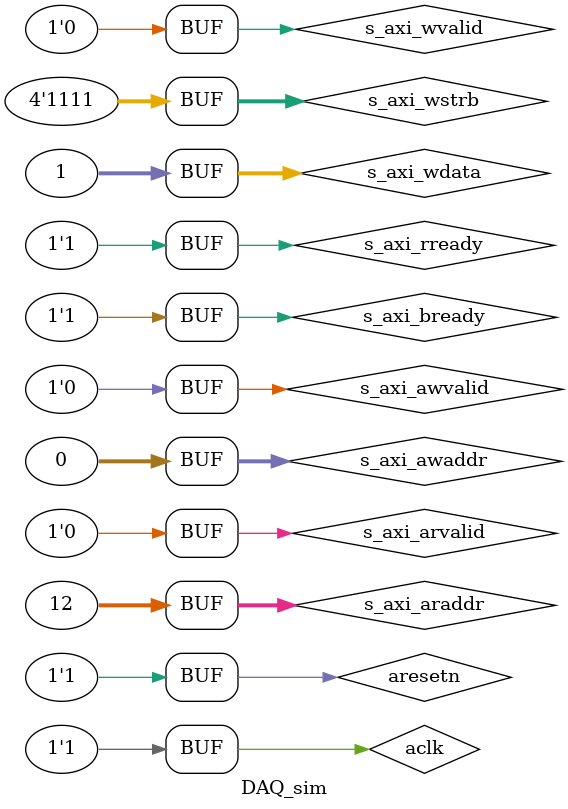
<source format=v>
`timescale 1ns / 1ps
module DAQ_sim();
    localparam T = 10;
    
    reg aclk;
    reg aresetn;
    wire s_axi_arready;
    reg [31:0] s_axi_araddr;
    reg s_axi_arvalid; 
    wire s_axi_awready;
    reg [31:0] s_axi_awaddr;
    reg s_axi_awvalid;  
    reg s_axi_bready;
    wire [1:0] s_axi_bresp;
    wire s_axi_bvalid;
    reg s_axi_rready;
    wire [31:0] s_axi_rdata;
    wire [1:0] s_axi_rresp;
    wire s_axi_rvalid;
    wire s_axi_wready;
    reg [31:0] s_axi_wdata;
    reg [3:0] s_axi_wstrb;
    reg s_axi_wvalid;
    
    DAQ dut
    (
        .aclk(S_AXI_ACLK),
        .aresetn(S_AXI_ARESETN),
        .s_axi_araddr(S_AXI_ARADDR),
        .s_axi_arready(S_AXI_ARREADY),
        .s_axi_arvalid(S_AXI_ARVALID),
        .s_axi_awaddr(S_AXI_AWADDR),
        .s_axi_awready(S_AXI_AWREADY),
        .s_axi_awvalid(S_AXI_AWVALID),
        .s_axi_bready(S_AXI_BREADY),
        .s_axi_bresp(s_axi_bresp),
        .s_axi_bvalid(s_axi_bvalid),
        .s_axi_rdata(s_axi_rdata),
        .s_axi_rready(s_axi_rready),
        .s_axi_rresp(s_axi_rresp),
        .s_axi_rvalid(s_axi_rvalid),
        .s_axi_wdata(s_axi_wdata),
        .s_axi_wready(s_axi_wready),
        .s_axi_wstrb(s_axi_wstrb),
        .s_axi_wvalid(s_axi_wvalid)
    );
 
    always
    begin
        aclk = 0;
        #(T/2);
        aclk = 1;
        #(T/2);
    end
 
    initial
    begin
        // *** Initial value ***
        s_axi_awaddr = 0;
        s_axi_awvalid = 0;
        s_axi_wstrb = 0;
        s_axi_wdata = 0;
        s_axi_wvalid = 0;
        s_axi_bready = 1;
        s_axi_araddr = 0;
        s_axi_arvalid = 0;
        s_axi_rready = 1;
        
        // *** Reset ***
        aresetn = 0;
        #(T*5);
        aresetn = 1;
        #(T*5);
    
        // *** Calculate gcd(35,25) ***
        axi_write(8'h04, 35);   // A = 35
        axi_write(8'h08, 25);   // B = 25
        axi_write(8'h00, 1);    // START = 1
        #(T*10);
        axi_read(8'hc);         // Read R
        
        // *** Calculate gcd(128,72) ***
        axi_write(8'h04, 128);  // A = 128
        axi_write(8'h08, 72);   // B = 72
        axi_write(8'h00, 1);    // START = 1
        #(T*20);
        axi_read(8'hc);         // Read R     
    end
 
    task axi_write;
        input [31:0] awaddr;
        input [31:0] wdata; 
        begin
            // *** Write address ***
            s_axi_awaddr = awaddr;
            s_axi_awvalid = 1;
            #T;
            s_axi_awvalid = 0;
            // *** Write data ***
            s_axi_wdata = wdata;
            s_axi_wstrb = 4'hf;
            s_axi_wvalid = 1; 
            #T;
            s_axi_wvalid = 0;
            #T;
        end
    endtask
    
    task axi_read;
        input [31:0] araddr;
        begin
            // *** Read address ***
            s_axi_araddr = araddr;
            s_axi_arvalid = 1;
            #T;
            s_axi_arvalid = 0;
            #T;
        end
    endtask
    
endmodule
</source>
